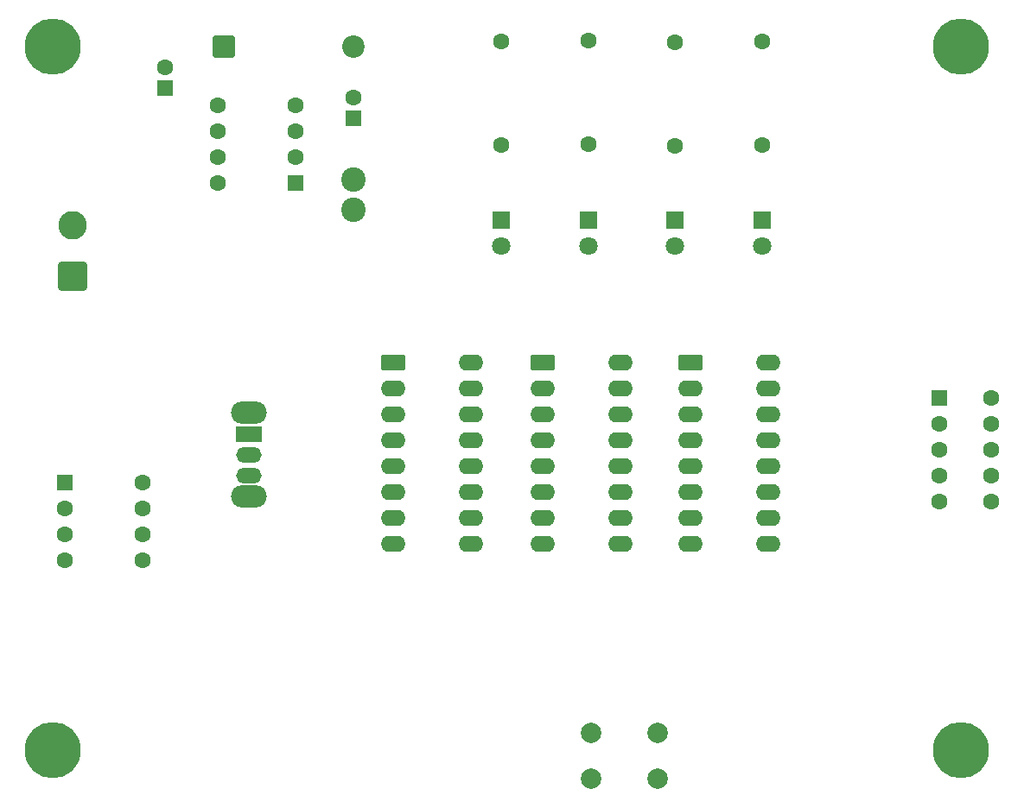
<source format=gbr>
%TF.GenerationSoftware,KiCad,Pcbnew,9.0.3*%
%TF.CreationDate,2025-12-16T09:58:44+01:00*%
%TF.ProjectId,PTP_Dario_Ladovic_project1,5054505f-4461-4726-996f-5f4c61646f76,rev?*%
%TF.SameCoordinates,Original*%
%TF.FileFunction,Soldermask,Bot*%
%TF.FilePolarity,Negative*%
%FSLAX46Y46*%
G04 Gerber Fmt 4.6, Leading zero omitted, Abs format (unit mm)*
G04 Created by KiCad (PCBNEW 9.0.3) date 2025-12-16 09:58:44*
%MOMM*%
%LPD*%
G01*
G04 APERTURE LIST*
G04 Aperture macros list*
%AMRoundRect*
0 Rectangle with rounded corners*
0 $1 Rounding radius*
0 $2 $3 $4 $5 $6 $7 $8 $9 X,Y pos of 4 corners*
0 Add a 4 corners polygon primitive as box body*
4,1,4,$2,$3,$4,$5,$6,$7,$8,$9,$2,$3,0*
0 Add four circle primitives for the rounded corners*
1,1,$1+$1,$2,$3*
1,1,$1+$1,$4,$5*
1,1,$1+$1,$6,$7*
1,1,$1+$1,$8,$9*
0 Add four rect primitives between the rounded corners*
20,1,$1+$1,$2,$3,$4,$5,0*
20,1,$1+$1,$4,$5,$6,$7,0*
20,1,$1+$1,$6,$7,$8,$9,0*
20,1,$1+$1,$8,$9,$2,$3,0*%
G04 Aperture macros list end*
%ADD10RoundRect,0.250000X0.550000X0.550000X-0.550000X0.550000X-0.550000X-0.550000X0.550000X-0.550000X0*%
%ADD11C,1.600000*%
%ADD12C,5.500000*%
%ADD13RoundRect,0.250000X-0.550000X-0.550000X0.550000X-0.550000X0.550000X0.550000X-0.550000X0.550000X0*%
%ADD14C,2.400000*%
%ADD15RoundRect,0.250000X0.550000X-0.550000X0.550000X0.550000X-0.550000X0.550000X-0.550000X-0.550000X0*%
%ADD16RoundRect,0.250000X-0.950000X-0.550000X0.950000X-0.550000X0.950000X0.550000X-0.950000X0.550000X0*%
%ADD17O,2.400000X1.600000*%
%ADD18R,1.800000X1.800000*%
%ADD19C,1.800000*%
%ADD20C,2.000000*%
%ADD21O,3.500000X2.200000*%
%ADD22R,2.500000X1.500000*%
%ADD23O,2.500000X1.500000*%
%ADD24R,1.600000X1.600000*%
%ADD25RoundRect,0.250001X1.149999X-1.149999X1.149999X1.149999X-1.149999X1.149999X-1.149999X-1.149999X0*%
%ADD26C,2.800000*%
%ADD27RoundRect,0.249999X-0.850001X-0.850001X0.850001X-0.850001X0.850001X0.850001X-0.850001X0.850001X0*%
%ADD28C,2.200000*%
G04 APERTURE END LIST*
D10*
%TO.C,U1*%
X130305000Y-65810000D03*
D11*
X130305000Y-63270000D03*
X130305000Y-60730000D03*
X130305000Y-58190000D03*
X122685000Y-58190000D03*
X122685000Y-60730000D03*
X122685000Y-63270000D03*
X122685000Y-65810000D03*
%TD*%
D12*
%TO.C,H4*%
X195500000Y-121500000D03*
%TD*%
D13*
%TO.C,U7*%
X107695000Y-95190000D03*
D11*
X107695000Y-97730000D03*
X107695000Y-100270000D03*
X107695000Y-102810000D03*
X115315000Y-102810000D03*
X115315000Y-100270000D03*
X115315000Y-97730000D03*
X115315000Y-95190000D03*
%TD*%
D14*
%TO.C,L1*%
X136000000Y-65500000D03*
X136000000Y-68500000D03*
%TD*%
D15*
%TO.C,C2*%
X136000000Y-59455113D03*
D11*
X136000000Y-57455113D03*
%TD*%
D16*
%TO.C,U4*%
X169000000Y-83460000D03*
D17*
X169000000Y-86000000D03*
X169000000Y-88540000D03*
X169000000Y-91080000D03*
X169000000Y-93620000D03*
X169000000Y-96160000D03*
X169000000Y-98700000D03*
X169000000Y-101240000D03*
X176620000Y-101240000D03*
X176620000Y-98700000D03*
X176620000Y-96160000D03*
X176620000Y-93620000D03*
X176620000Y-91080000D03*
X176620000Y-88540000D03*
X176620000Y-86000000D03*
X176620000Y-83460000D03*
%TD*%
D18*
%TO.C,D3*%
X159000000Y-69500000D03*
D19*
X159000000Y-72040000D03*
%TD*%
D16*
%TO.C,U2*%
X139880000Y-83460000D03*
D17*
X139880000Y-86000000D03*
X139880000Y-88540000D03*
X139880000Y-91080000D03*
X139880000Y-93620000D03*
X139880000Y-96160000D03*
X139880000Y-98700000D03*
X139880000Y-101240000D03*
X147500000Y-101240000D03*
X147500000Y-98700000D03*
X147500000Y-96160000D03*
X147500000Y-93620000D03*
X147500000Y-91080000D03*
X147500000Y-88540000D03*
X147500000Y-86000000D03*
X147500000Y-83460000D03*
%TD*%
D18*
%TO.C,D1*%
X176000000Y-69500000D03*
D19*
X176000000Y-72040000D03*
%TD*%
D15*
%TO.C,C1*%
X117500000Y-56500000D03*
D11*
X117500000Y-54500000D03*
%TD*%
%TO.C,R2*%
X167500000Y-52000000D03*
X167500000Y-62160000D03*
%TD*%
D18*
%TO.C,D2*%
X167500000Y-69500000D03*
D19*
X167500000Y-72040000D03*
%TD*%
D16*
%TO.C,U3*%
X154500000Y-83460000D03*
D17*
X154500000Y-86000000D03*
X154500000Y-88540000D03*
X154500000Y-91080000D03*
X154500000Y-93620000D03*
X154500000Y-96160000D03*
X154500000Y-98700000D03*
X154500000Y-101240000D03*
X162120000Y-101240000D03*
X162120000Y-98700000D03*
X162120000Y-96160000D03*
X162120000Y-93620000D03*
X162120000Y-91080000D03*
X162120000Y-88540000D03*
X162120000Y-86000000D03*
X162120000Y-83460000D03*
%TD*%
D20*
%TO.C,SW1*%
X159250000Y-119750000D03*
X165750000Y-119750000D03*
X159250000Y-124250000D03*
X165750000Y-124250000D03*
%TD*%
D11*
%TO.C,R3*%
X159000000Y-62000000D03*
X159000000Y-51840000D03*
%TD*%
%TO.C,R1*%
X176000000Y-62080000D03*
X176000000Y-51920000D03*
%TD*%
%TO.C,R4*%
X150500000Y-62080000D03*
X150500000Y-51920000D03*
%TD*%
D12*
%TO.C,H3*%
X106500000Y-121500000D03*
%TD*%
%TO.C,H1*%
X106500000Y-52500000D03*
%TD*%
%TO.C,H2*%
X195500000Y-52500000D03*
%TD*%
D18*
%TO.C,D5*%
X150500000Y-69500000D03*
D19*
X150500000Y-72040000D03*
%TD*%
D21*
%TO.C,SW2*%
X125702500Y-88400000D03*
X125702500Y-96600000D03*
D22*
X125702500Y-90500000D03*
D23*
X125702500Y-92500000D03*
X125702500Y-94500000D03*
%TD*%
D24*
%TO.C,U5*%
X193420000Y-86960000D03*
D11*
X193420000Y-89500000D03*
X193420000Y-92040000D03*
X193420000Y-94580000D03*
X193420000Y-97120000D03*
X198500000Y-97120000D03*
X198500000Y-94580000D03*
X198500000Y-92040000D03*
X198500000Y-89500000D03*
X198500000Y-86960000D03*
%TD*%
D25*
%TO.C,J1*%
X108500000Y-75000000D03*
D26*
X108500000Y-70000000D03*
%TD*%
D27*
%TO.C,D4*%
X123300000Y-52500000D03*
D28*
X136000000Y-52500000D03*
%TD*%
M02*

</source>
